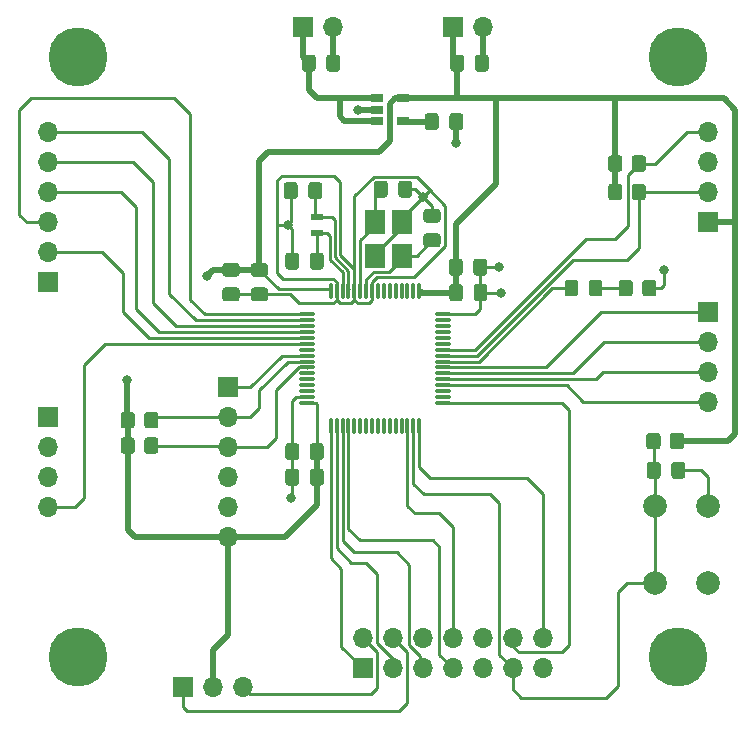
<source format=gtl>
G04 #@! TF.GenerationSoftware,KiCad,Pcbnew,(5.1.8)-1*
G04 #@! TF.CreationDate,2021-07-24T22:41:55-07:00*
G04 #@! TF.ProjectId,MSP430 Breakout,4d535034-3330-4204-9272-65616b6f7574,rev?*
G04 #@! TF.SameCoordinates,Original*
G04 #@! TF.FileFunction,Copper,L1,Top*
G04 #@! TF.FilePolarity,Positive*
%FSLAX46Y46*%
G04 Gerber Fmt 4.6, Leading zero omitted, Abs format (unit mm)*
G04 Created by KiCad (PCBNEW (5.1.8)-1) date 2021-07-24 22:41:55*
%MOMM*%
%LPD*%
G01*
G04 APERTURE LIST*
G04 #@! TA.AperFunction,SMDPad,CuDef*
%ADD10O,0.299999X1.450000*%
G04 #@! TD*
G04 #@! TA.AperFunction,SMDPad,CuDef*
%ADD11O,1.450000X0.299999*%
G04 #@! TD*
G04 #@! TA.AperFunction,ComponentPad*
%ADD12O,1.700000X1.700000*%
G04 #@! TD*
G04 #@! TA.AperFunction,ComponentPad*
%ADD13R,1.700000X1.700000*%
G04 #@! TD*
G04 #@! TA.AperFunction,ComponentPad*
%ADD14C,2.000000*%
G04 #@! TD*
G04 #@! TA.AperFunction,SMDPad,CuDef*
%ADD15R,1.060000X0.650000*%
G04 #@! TD*
G04 #@! TA.AperFunction,SMDPad,CuDef*
%ADD16R,1.800000X2.100000*%
G04 #@! TD*
G04 #@! TA.AperFunction,ComponentPad*
%ADD17C,0.800000*%
G04 #@! TD*
G04 #@! TA.AperFunction,ComponentPad*
%ADD18C,5.000000*%
G04 #@! TD*
G04 #@! TA.AperFunction,SMDPad,CuDef*
%ADD19R,1.100000X0.600000*%
G04 #@! TD*
G04 #@! TA.AperFunction,ViaPad*
%ADD20C,0.800000*%
G04 #@! TD*
G04 #@! TA.AperFunction,Conductor*
%ADD21C,0.250000*%
G04 #@! TD*
G04 #@! TA.AperFunction,Conductor*
%ADD22C,0.500000*%
G04 #@! TD*
G04 APERTURE END LIST*
G04 #@! TA.AperFunction,SMDPad,CuDef*
G36*
G01*
X155034000Y-76004000D02*
X154084000Y-76004000D01*
G75*
G02*
X153834000Y-75754000I0J250000D01*
G01*
X153834000Y-75079000D01*
G75*
G02*
X154084000Y-74829000I250000J0D01*
G01*
X155034000Y-74829000D01*
G75*
G02*
X155284000Y-75079000I0J-250000D01*
G01*
X155284000Y-75754000D01*
G75*
G02*
X155034000Y-76004000I-250000J0D01*
G01*
G37*
G04 #@! TD.AperFunction*
G04 #@! TA.AperFunction,SMDPad,CuDef*
G36*
G01*
X155034000Y-78079000D02*
X154084000Y-78079000D01*
G75*
G02*
X153834000Y-77829000I0J250000D01*
G01*
X153834000Y-77154000D01*
G75*
G02*
X154084000Y-76904000I250000J0D01*
G01*
X155034000Y-76904000D01*
G75*
G02*
X155284000Y-77154000I0J-250000D01*
G01*
X155284000Y-77829000D01*
G75*
G02*
X155034000Y-78079000I-250000J0D01*
G01*
G37*
G04 #@! TD.AperFunction*
D10*
X145983000Y-81778000D03*
X146482999Y-81778000D03*
X146983000Y-81778000D03*
X147482999Y-81778000D03*
X147983001Y-81778000D03*
X148483000Y-81778000D03*
X148982999Y-81778000D03*
X149483000Y-81778000D03*
X149983000Y-81778000D03*
X150483001Y-81778000D03*
X150983000Y-81778000D03*
X151482999Y-81778000D03*
X151983001Y-81778000D03*
X152483000Y-81778000D03*
X152983001Y-81778000D03*
X153483000Y-81778000D03*
D11*
X155458000Y-83753000D03*
X155458000Y-84252999D03*
X155458000Y-84753000D03*
X155458000Y-85252999D03*
X155458000Y-85753001D03*
X155458000Y-86253000D03*
X155458000Y-86752999D03*
X155458000Y-87253000D03*
X155458000Y-87753000D03*
X155458000Y-88253001D03*
X155458000Y-88753000D03*
X155458000Y-89252999D03*
X155458000Y-89753001D03*
X155458000Y-90253000D03*
X155458000Y-90753001D03*
X155458000Y-91253000D03*
D10*
X153483000Y-93228000D03*
X152983001Y-93228000D03*
X152483000Y-93228000D03*
X151983001Y-93228000D03*
X151482999Y-93228000D03*
X150983000Y-93228000D03*
X150483001Y-93228000D03*
X149983000Y-93228000D03*
X149483000Y-93228000D03*
X148982999Y-93228000D03*
X148483000Y-93228000D03*
X147983001Y-93228000D03*
X147482999Y-93228000D03*
X146983000Y-93228000D03*
X146482999Y-93228000D03*
X145983000Y-93228000D03*
D11*
X144008000Y-91253000D03*
X144008000Y-90753001D03*
X144008000Y-90253000D03*
X144008000Y-89753001D03*
X144008000Y-89252999D03*
X144008000Y-88753000D03*
X144008000Y-88253001D03*
X144008000Y-87753000D03*
X144008000Y-87253000D03*
X144008000Y-86752999D03*
X144008000Y-86253000D03*
X144008000Y-85753001D03*
X144008000Y-85252999D03*
X144008000Y-84753000D03*
X144008000Y-84252999D03*
X144008000Y-83753000D03*
G04 #@! TA.AperFunction,SMDPad,CuDef*
G36*
G01*
X142012000Y-73754000D02*
X142012000Y-72804000D01*
G75*
G02*
X142262000Y-72554000I250000J0D01*
G01*
X142937000Y-72554000D01*
G75*
G02*
X143187000Y-72804000I0J-250000D01*
G01*
X143187000Y-73754000D01*
G75*
G02*
X142937000Y-74004000I-250000J0D01*
G01*
X142262000Y-74004000D01*
G75*
G02*
X142012000Y-73754000I0J250000D01*
G01*
G37*
G04 #@! TD.AperFunction*
G04 #@! TA.AperFunction,SMDPad,CuDef*
G36*
G01*
X144087000Y-73754000D02*
X144087000Y-72804000D01*
G75*
G02*
X144337000Y-72554000I250000J0D01*
G01*
X145012000Y-72554000D01*
G75*
G02*
X145262000Y-72804000I0J-250000D01*
G01*
X145262000Y-73754000D01*
G75*
G02*
X145012000Y-74004000I-250000J0D01*
G01*
X144337000Y-74004000D01*
G75*
G02*
X144087000Y-73754000I0J250000D01*
G01*
G37*
G04 #@! TD.AperFunction*
G04 #@! TA.AperFunction,SMDPad,CuDef*
G36*
G01*
X144214000Y-79723000D02*
X144214000Y-78773000D01*
G75*
G02*
X144464000Y-78523000I250000J0D01*
G01*
X145139000Y-78523000D01*
G75*
G02*
X145389000Y-78773000I0J-250000D01*
G01*
X145389000Y-79723000D01*
G75*
G02*
X145139000Y-79973000I-250000J0D01*
G01*
X144464000Y-79973000D01*
G75*
G02*
X144214000Y-79723000I0J250000D01*
G01*
G37*
G04 #@! TD.AperFunction*
G04 #@! TA.AperFunction,SMDPad,CuDef*
G36*
G01*
X142139000Y-79723000D02*
X142139000Y-78773000D01*
G75*
G02*
X142389000Y-78523000I250000J0D01*
G01*
X143064000Y-78523000D01*
G75*
G02*
X143314000Y-78773000I0J-250000D01*
G01*
X143314000Y-79723000D01*
G75*
G02*
X143064000Y-79973000I-250000J0D01*
G01*
X142389000Y-79973000D01*
G75*
G02*
X142139000Y-79723000I0J250000D01*
G01*
G37*
G04 #@! TD.AperFunction*
G04 #@! TA.AperFunction,SMDPad,CuDef*
G36*
G01*
X138016000Y-80576000D02*
X137066000Y-80576000D01*
G75*
G02*
X136816000Y-80326000I0J250000D01*
G01*
X136816000Y-79651000D01*
G75*
G02*
X137066000Y-79401000I250000J0D01*
G01*
X138016000Y-79401000D01*
G75*
G02*
X138266000Y-79651000I0J-250000D01*
G01*
X138266000Y-80326000D01*
G75*
G02*
X138016000Y-80576000I-250000J0D01*
G01*
G37*
G04 #@! TD.AperFunction*
G04 #@! TA.AperFunction,SMDPad,CuDef*
G36*
G01*
X138016000Y-82651000D02*
X137066000Y-82651000D01*
G75*
G02*
X136816000Y-82401000I0J250000D01*
G01*
X136816000Y-81726000D01*
G75*
G02*
X137066000Y-81476000I250000J0D01*
G01*
X138016000Y-81476000D01*
G75*
G02*
X138266000Y-81726000I0J-250000D01*
G01*
X138266000Y-82401000D01*
G75*
G02*
X138016000Y-82651000I-250000J0D01*
G01*
G37*
G04 #@! TD.AperFunction*
G04 #@! TA.AperFunction,SMDPad,CuDef*
G36*
G01*
X157157000Y-79281000D02*
X157157000Y-80231000D01*
G75*
G02*
X156907000Y-80481000I-250000J0D01*
G01*
X156232000Y-80481000D01*
G75*
G02*
X155982000Y-80231000I0J250000D01*
G01*
X155982000Y-79281000D01*
G75*
G02*
X156232000Y-79031000I250000J0D01*
G01*
X156907000Y-79031000D01*
G75*
G02*
X157157000Y-79281000I0J-250000D01*
G01*
G37*
G04 #@! TD.AperFunction*
G04 #@! TA.AperFunction,SMDPad,CuDef*
G36*
G01*
X159232000Y-79281000D02*
X159232000Y-80231000D01*
G75*
G02*
X158982000Y-80481000I-250000J0D01*
G01*
X158307000Y-80481000D01*
G75*
G02*
X158057000Y-80231000I0J250000D01*
G01*
X158057000Y-79281000D01*
G75*
G02*
X158307000Y-79031000I250000J0D01*
G01*
X158982000Y-79031000D01*
G75*
G02*
X159232000Y-79281000I0J-250000D01*
G01*
G37*
G04 #@! TD.AperFunction*
G04 #@! TA.AperFunction,SMDPad,CuDef*
G36*
G01*
X144214000Y-98011000D02*
X144214000Y-97061000D01*
G75*
G02*
X144464000Y-96811000I250000J0D01*
G01*
X145139000Y-96811000D01*
G75*
G02*
X145389000Y-97061000I0J-250000D01*
G01*
X145389000Y-98011000D01*
G75*
G02*
X145139000Y-98261000I-250000J0D01*
G01*
X144464000Y-98261000D01*
G75*
G02*
X144214000Y-98011000I0J250000D01*
G01*
G37*
G04 #@! TD.AperFunction*
G04 #@! TA.AperFunction,SMDPad,CuDef*
G36*
G01*
X142139000Y-98011000D02*
X142139000Y-97061000D01*
G75*
G02*
X142389000Y-96811000I250000J0D01*
G01*
X143064000Y-96811000D01*
G75*
G02*
X143314000Y-97061000I0J-250000D01*
G01*
X143314000Y-98011000D01*
G75*
G02*
X143064000Y-98261000I-250000J0D01*
G01*
X142389000Y-98261000D01*
G75*
G02*
X142139000Y-98011000I0J250000D01*
G01*
G37*
G04 #@! TD.AperFunction*
G04 #@! TA.AperFunction,SMDPad,CuDef*
G36*
G01*
X149632000Y-73627000D02*
X149632000Y-72677000D01*
G75*
G02*
X149882000Y-72427000I250000J0D01*
G01*
X150557000Y-72427000D01*
G75*
G02*
X150807000Y-72677000I0J-250000D01*
G01*
X150807000Y-73627000D01*
G75*
G02*
X150557000Y-73877000I-250000J0D01*
G01*
X149882000Y-73877000D01*
G75*
G02*
X149632000Y-73627000I0J250000D01*
G01*
G37*
G04 #@! TD.AperFunction*
G04 #@! TA.AperFunction,SMDPad,CuDef*
G36*
G01*
X151707000Y-73627000D02*
X151707000Y-72677000D01*
G75*
G02*
X151957000Y-72427000I250000J0D01*
G01*
X152632000Y-72427000D01*
G75*
G02*
X152882000Y-72677000I0J-250000D01*
G01*
X152882000Y-73627000D01*
G75*
G02*
X152632000Y-73877000I-250000J0D01*
G01*
X151957000Y-73877000D01*
G75*
G02*
X151707000Y-73627000I0J250000D01*
G01*
G37*
G04 #@! TD.AperFunction*
G04 #@! TA.AperFunction,SMDPad,CuDef*
G36*
G01*
X140429000Y-82651000D02*
X139479000Y-82651000D01*
G75*
G02*
X139229000Y-82401000I0J250000D01*
G01*
X139229000Y-81726000D01*
G75*
G02*
X139479000Y-81476000I250000J0D01*
G01*
X140429000Y-81476000D01*
G75*
G02*
X140679000Y-81726000I0J-250000D01*
G01*
X140679000Y-82401000D01*
G75*
G02*
X140429000Y-82651000I-250000J0D01*
G01*
G37*
G04 #@! TD.AperFunction*
G04 #@! TA.AperFunction,SMDPad,CuDef*
G36*
G01*
X140429000Y-80576000D02*
X139479000Y-80576000D01*
G75*
G02*
X139229000Y-80326000I0J250000D01*
G01*
X139229000Y-79651000D01*
G75*
G02*
X139479000Y-79401000I250000J0D01*
G01*
X140429000Y-79401000D01*
G75*
G02*
X140679000Y-79651000I0J-250000D01*
G01*
X140679000Y-80326000D01*
G75*
G02*
X140429000Y-80576000I-250000J0D01*
G01*
G37*
G04 #@! TD.AperFunction*
G04 #@! TA.AperFunction,SMDPad,CuDef*
G36*
G01*
X159253500Y-81440000D02*
X159253500Y-82390000D01*
G75*
G02*
X159003500Y-82640000I-250000J0D01*
G01*
X158328500Y-82640000D01*
G75*
G02*
X158078500Y-82390000I0J250000D01*
G01*
X158078500Y-81440000D01*
G75*
G02*
X158328500Y-81190000I250000J0D01*
G01*
X159003500Y-81190000D01*
G75*
G02*
X159253500Y-81440000I0J-250000D01*
G01*
G37*
G04 #@! TD.AperFunction*
G04 #@! TA.AperFunction,SMDPad,CuDef*
G36*
G01*
X157178500Y-81440000D02*
X157178500Y-82390000D01*
G75*
G02*
X156928500Y-82640000I-250000J0D01*
G01*
X156253500Y-82640000D01*
G75*
G02*
X156003500Y-82390000I0J250000D01*
G01*
X156003500Y-81440000D01*
G75*
G02*
X156253500Y-81190000I250000J0D01*
G01*
X156928500Y-81190000D01*
G75*
G02*
X157178500Y-81440000I0J-250000D01*
G01*
G37*
G04 #@! TD.AperFunction*
G04 #@! TA.AperFunction,SMDPad,CuDef*
G36*
G01*
X142139000Y-95852000D02*
X142139000Y-94902000D01*
G75*
G02*
X142389000Y-94652000I250000J0D01*
G01*
X143064000Y-94652000D01*
G75*
G02*
X143314000Y-94902000I0J-250000D01*
G01*
X143314000Y-95852000D01*
G75*
G02*
X143064000Y-96102000I-250000J0D01*
G01*
X142389000Y-96102000D01*
G75*
G02*
X142139000Y-95852000I0J250000D01*
G01*
G37*
G04 #@! TD.AperFunction*
G04 #@! TA.AperFunction,SMDPad,CuDef*
G36*
G01*
X144214000Y-95852000D02*
X144214000Y-94902000D01*
G75*
G02*
X144464000Y-94652000I250000J0D01*
G01*
X145139000Y-94652000D01*
G75*
G02*
X145389000Y-94902000I0J-250000D01*
G01*
X145389000Y-95852000D01*
G75*
G02*
X145139000Y-96102000I-250000J0D01*
G01*
X144464000Y-96102000D01*
G75*
G02*
X144214000Y-95852000I0J250000D01*
G01*
G37*
G04 #@! TD.AperFunction*
G04 #@! TA.AperFunction,SMDPad,CuDef*
G36*
G01*
X145611000Y-62959000D02*
X145611000Y-62009000D01*
G75*
G02*
X145861000Y-61759000I250000J0D01*
G01*
X146536000Y-61759000D01*
G75*
G02*
X146786000Y-62009000I0J-250000D01*
G01*
X146786000Y-62959000D01*
G75*
G02*
X146536000Y-63209000I-250000J0D01*
G01*
X145861000Y-63209000D01*
G75*
G02*
X145611000Y-62959000I0J250000D01*
G01*
G37*
G04 #@! TD.AperFunction*
G04 #@! TA.AperFunction,SMDPad,CuDef*
G36*
G01*
X143536000Y-62959000D02*
X143536000Y-62009000D01*
G75*
G02*
X143786000Y-61759000I250000J0D01*
G01*
X144461000Y-61759000D01*
G75*
G02*
X144711000Y-62009000I0J-250000D01*
G01*
X144711000Y-62959000D01*
G75*
G02*
X144461000Y-63209000I-250000J0D01*
G01*
X143786000Y-63209000D01*
G75*
G02*
X143536000Y-62959000I0J250000D01*
G01*
G37*
G04 #@! TD.AperFunction*
G04 #@! TA.AperFunction,SMDPad,CuDef*
G36*
G01*
X172746000Y-97439500D02*
X172746000Y-96489500D01*
G75*
G02*
X172996000Y-96239500I250000J0D01*
G01*
X173671000Y-96239500D01*
G75*
G02*
X173921000Y-96489500I0J-250000D01*
G01*
X173921000Y-97439500D01*
G75*
G02*
X173671000Y-97689500I-250000J0D01*
G01*
X172996000Y-97689500D01*
G75*
G02*
X172746000Y-97439500I0J250000D01*
G01*
G37*
G04 #@! TD.AperFunction*
G04 #@! TA.AperFunction,SMDPad,CuDef*
G36*
G01*
X174821000Y-97439500D02*
X174821000Y-96489500D01*
G75*
G02*
X175071000Y-96239500I250000J0D01*
G01*
X175746000Y-96239500D01*
G75*
G02*
X175996000Y-96489500I0J-250000D01*
G01*
X175996000Y-97439500D01*
G75*
G02*
X175746000Y-97689500I-250000J0D01*
G01*
X175071000Y-97689500D01*
G75*
G02*
X174821000Y-97439500I0J250000D01*
G01*
G37*
G04 #@! TD.AperFunction*
G04 #@! TA.AperFunction,SMDPad,CuDef*
G36*
G01*
X156109000Y-62959000D02*
X156109000Y-62009000D01*
G75*
G02*
X156359000Y-61759000I250000J0D01*
G01*
X157034000Y-61759000D01*
G75*
G02*
X157284000Y-62009000I0J-250000D01*
G01*
X157284000Y-62959000D01*
G75*
G02*
X157034000Y-63209000I-250000J0D01*
G01*
X156359000Y-63209000D01*
G75*
G02*
X156109000Y-62959000I0J250000D01*
G01*
G37*
G04 #@! TD.AperFunction*
G04 #@! TA.AperFunction,SMDPad,CuDef*
G36*
G01*
X158184000Y-62959000D02*
X158184000Y-62009000D01*
G75*
G02*
X158434000Y-61759000I250000J0D01*
G01*
X159109000Y-61759000D01*
G75*
G02*
X159359000Y-62009000I0J-250000D01*
G01*
X159359000Y-62959000D01*
G75*
G02*
X159109000Y-63209000I-250000J0D01*
G01*
X158434000Y-63209000D01*
G75*
G02*
X158184000Y-62959000I0J250000D01*
G01*
G37*
G04 #@! TD.AperFunction*
G04 #@! TA.AperFunction,SMDPad,CuDef*
G36*
G01*
X156025000Y-67912000D02*
X156025000Y-66962000D01*
G75*
G02*
X156275000Y-66712000I250000J0D01*
G01*
X156950000Y-66712000D01*
G75*
G02*
X157200000Y-66962000I0J-250000D01*
G01*
X157200000Y-67912000D01*
G75*
G02*
X156950000Y-68162000I-250000J0D01*
G01*
X156275000Y-68162000D01*
G75*
G02*
X156025000Y-67912000I0J250000D01*
G01*
G37*
G04 #@! TD.AperFunction*
G04 #@! TA.AperFunction,SMDPad,CuDef*
G36*
G01*
X153950000Y-67912000D02*
X153950000Y-66962000D01*
G75*
G02*
X154200000Y-66712000I250000J0D01*
G01*
X154875000Y-66712000D01*
G75*
G02*
X155125000Y-66962000I0J-250000D01*
G01*
X155125000Y-67912000D01*
G75*
G02*
X154875000Y-68162000I-250000J0D01*
G01*
X154200000Y-68162000D01*
G75*
G02*
X153950000Y-67912000I0J250000D01*
G01*
G37*
G04 #@! TD.AperFunction*
D12*
X122047000Y-68326000D03*
X122047000Y-70866000D03*
X122047000Y-73406000D03*
X122047000Y-75946000D03*
X122047000Y-78486000D03*
D13*
X122047000Y-81026000D03*
X137287000Y-89916000D03*
D12*
X137287000Y-92456000D03*
X137287000Y-94996000D03*
X137287000Y-97536000D03*
X137287000Y-100076000D03*
X137287000Y-102616000D03*
D13*
X122047000Y-92456000D03*
D12*
X122047000Y-94996000D03*
X122047000Y-97536000D03*
X122047000Y-100076000D03*
D13*
X133477000Y-115316000D03*
D12*
X136017000Y-115316000D03*
X138557000Y-115316000D03*
D13*
X148717000Y-113728500D03*
D12*
X148717000Y-111188500D03*
X151257000Y-113728500D03*
X151257000Y-111188500D03*
X153797000Y-113728500D03*
X153797000Y-111188500D03*
X156337000Y-113728500D03*
X156337000Y-111188500D03*
X158877000Y-113728500D03*
X158877000Y-111188500D03*
X161417000Y-113728500D03*
X161417000Y-111188500D03*
X163957000Y-113728500D03*
X163957000Y-111188500D03*
D13*
X143637000Y-59436000D03*
D12*
X146177000Y-59436000D03*
G04 #@! TA.AperFunction,SMDPad,CuDef*
G36*
G01*
X169469000Y-73856001D02*
X169469000Y-72955999D01*
G75*
G02*
X169718999Y-72706000I249999J0D01*
G01*
X170419001Y-72706000D01*
G75*
G02*
X170669000Y-72955999I0J-249999D01*
G01*
X170669000Y-73856001D01*
G75*
G02*
X170419001Y-74106000I-249999J0D01*
G01*
X169718999Y-74106000D01*
G75*
G02*
X169469000Y-73856001I0J249999D01*
G01*
G37*
G04 #@! TD.AperFunction*
G04 #@! TA.AperFunction,SMDPad,CuDef*
G36*
G01*
X171469000Y-73856001D02*
X171469000Y-72955999D01*
G75*
G02*
X171718999Y-72706000I249999J0D01*
G01*
X172419001Y-72706000D01*
G75*
G02*
X172669000Y-72955999I0J-249999D01*
G01*
X172669000Y-73856001D01*
G75*
G02*
X172419001Y-74106000I-249999J0D01*
G01*
X171718999Y-74106000D01*
G75*
G02*
X171469000Y-73856001I0J249999D01*
G01*
G37*
G04 #@! TD.AperFunction*
G04 #@! TA.AperFunction,SMDPad,CuDef*
G36*
G01*
X171469000Y-71443001D02*
X171469000Y-70542999D01*
G75*
G02*
X171718999Y-70293000I249999J0D01*
G01*
X172419001Y-70293000D01*
G75*
G02*
X172669000Y-70542999I0J-249999D01*
G01*
X172669000Y-71443001D01*
G75*
G02*
X172419001Y-71693000I-249999J0D01*
G01*
X171718999Y-71693000D01*
G75*
G02*
X171469000Y-71443001I0J249999D01*
G01*
G37*
G04 #@! TD.AperFunction*
G04 #@! TA.AperFunction,SMDPad,CuDef*
G36*
G01*
X169469000Y-71443001D02*
X169469000Y-70542999D01*
G75*
G02*
X169718999Y-70293000I249999J0D01*
G01*
X170419001Y-70293000D01*
G75*
G02*
X170669000Y-70542999I0J-249999D01*
G01*
X170669000Y-71443001D01*
G75*
G02*
X170419001Y-71693000I-249999J0D01*
G01*
X169718999Y-71693000D01*
G75*
G02*
X169469000Y-71443001I0J249999D01*
G01*
G37*
G04 #@! TD.AperFunction*
G04 #@! TA.AperFunction,SMDPad,CuDef*
G36*
G01*
X130194000Y-93160001D02*
X130194000Y-92259999D01*
G75*
G02*
X130443999Y-92010000I249999J0D01*
G01*
X131144001Y-92010000D01*
G75*
G02*
X131394000Y-92259999I0J-249999D01*
G01*
X131394000Y-93160001D01*
G75*
G02*
X131144001Y-93410000I-249999J0D01*
G01*
X130443999Y-93410000D01*
G75*
G02*
X130194000Y-93160001I0J249999D01*
G01*
G37*
G04 #@! TD.AperFunction*
G04 #@! TA.AperFunction,SMDPad,CuDef*
G36*
G01*
X128194000Y-93160001D02*
X128194000Y-92259999D01*
G75*
G02*
X128443999Y-92010000I249999J0D01*
G01*
X129144001Y-92010000D01*
G75*
G02*
X129394000Y-92259999I0J-249999D01*
G01*
X129394000Y-93160001D01*
G75*
G02*
X129144001Y-93410000I-249999J0D01*
G01*
X128443999Y-93410000D01*
G75*
G02*
X128194000Y-93160001I0J249999D01*
G01*
G37*
G04 #@! TD.AperFunction*
G04 #@! TA.AperFunction,SMDPad,CuDef*
G36*
G01*
X128194000Y-95319001D02*
X128194000Y-94418999D01*
G75*
G02*
X128443999Y-94169000I249999J0D01*
G01*
X129144001Y-94169000D01*
G75*
G02*
X129394000Y-94418999I0J-249999D01*
G01*
X129394000Y-95319001D01*
G75*
G02*
X129144001Y-95569000I-249999J0D01*
G01*
X128443999Y-95569000D01*
G75*
G02*
X128194000Y-95319001I0J249999D01*
G01*
G37*
G04 #@! TD.AperFunction*
G04 #@! TA.AperFunction,SMDPad,CuDef*
G36*
G01*
X130194000Y-95319001D02*
X130194000Y-94418999D01*
G75*
G02*
X130443999Y-94169000I249999J0D01*
G01*
X131144001Y-94169000D01*
G75*
G02*
X131394000Y-94418999I0J-249999D01*
G01*
X131394000Y-95319001D01*
G75*
G02*
X131144001Y-95569000I-249999J0D01*
G01*
X130443999Y-95569000D01*
G75*
G02*
X130194000Y-95319001I0J249999D01*
G01*
G37*
G04 #@! TD.AperFunction*
G04 #@! TA.AperFunction,SMDPad,CuDef*
G36*
G01*
X175907500Y-94037999D02*
X175907500Y-94938001D01*
G75*
G02*
X175657501Y-95188000I-249999J0D01*
G01*
X174957499Y-95188000D01*
G75*
G02*
X174707500Y-94938001I0J249999D01*
G01*
X174707500Y-94037999D01*
G75*
G02*
X174957499Y-93788000I249999J0D01*
G01*
X175657501Y-93788000D01*
G75*
G02*
X175907500Y-94037999I0J-249999D01*
G01*
G37*
G04 #@! TD.AperFunction*
G04 #@! TA.AperFunction,SMDPad,CuDef*
G36*
G01*
X173907500Y-94037999D02*
X173907500Y-94938001D01*
G75*
G02*
X173657501Y-95188000I-249999J0D01*
G01*
X172957499Y-95188000D01*
G75*
G02*
X172707500Y-94938001I0J249999D01*
G01*
X172707500Y-94037999D01*
G75*
G02*
X172957499Y-93788000I249999J0D01*
G01*
X173657501Y-93788000D01*
G75*
G02*
X173907500Y-94037999I0J-249999D01*
G01*
G37*
G04 #@! TD.AperFunction*
G04 #@! TA.AperFunction,SMDPad,CuDef*
G36*
G01*
X172358000Y-81984001D02*
X172358000Y-81083999D01*
G75*
G02*
X172607999Y-80834000I249999J0D01*
G01*
X173308001Y-80834000D01*
G75*
G02*
X173558000Y-81083999I0J-249999D01*
G01*
X173558000Y-81984001D01*
G75*
G02*
X173308001Y-82234000I-249999J0D01*
G01*
X172607999Y-82234000D01*
G75*
G02*
X172358000Y-81984001I0J249999D01*
G01*
G37*
G04 #@! TD.AperFunction*
G04 #@! TA.AperFunction,SMDPad,CuDef*
G36*
G01*
X170358000Y-81984001D02*
X170358000Y-81083999D01*
G75*
G02*
X170607999Y-80834000I249999J0D01*
G01*
X171308001Y-80834000D01*
G75*
G02*
X171558000Y-81083999I0J-249999D01*
G01*
X171558000Y-81984001D01*
G75*
G02*
X171308001Y-82234000I-249999J0D01*
G01*
X170607999Y-82234000D01*
G75*
G02*
X170358000Y-81984001I0J249999D01*
G01*
G37*
G04 #@! TD.AperFunction*
D14*
X177918500Y-106489500D03*
X173418500Y-106489500D03*
X177918500Y-99989500D03*
X173418500Y-99989500D03*
D15*
X149903000Y-65471000D03*
X149903000Y-66421000D03*
X149903000Y-67371000D03*
X152103000Y-67371000D03*
X152103000Y-65471000D03*
D16*
X152026000Y-78793000D03*
X152026000Y-75893000D03*
X149726000Y-75893000D03*
X149726000Y-78793000D03*
G04 #@! TA.AperFunction,SMDPad,CuDef*
G36*
G01*
X168986000Y-81083999D02*
X168986000Y-81984001D01*
G75*
G02*
X168736001Y-82234000I-249999J0D01*
G01*
X168085999Y-82234000D01*
G75*
G02*
X167836000Y-81984001I0J249999D01*
G01*
X167836000Y-81083999D01*
G75*
G02*
X168085999Y-80834000I249999J0D01*
G01*
X168736001Y-80834000D01*
G75*
G02*
X168986000Y-81083999I0J-249999D01*
G01*
G37*
G04 #@! TD.AperFunction*
G04 #@! TA.AperFunction,SMDPad,CuDef*
G36*
G01*
X166936000Y-81083999D02*
X166936000Y-81984001D01*
G75*
G02*
X166686001Y-82234000I-249999J0D01*
G01*
X166035999Y-82234000D01*
G75*
G02*
X165786000Y-81984001I0J249999D01*
G01*
X165786000Y-81083999D01*
G75*
G02*
X166035999Y-80834000I249999J0D01*
G01*
X166686001Y-80834000D01*
G75*
G02*
X166936000Y-81083999I0J-249999D01*
G01*
G37*
G04 #@! TD.AperFunction*
D13*
X156337000Y-59436000D03*
D12*
X158877000Y-59436000D03*
D17*
X125912825Y-60650175D03*
X124587000Y-60101000D03*
X123261175Y-60650175D03*
X122712000Y-61976000D03*
X123261175Y-63301825D03*
X124587000Y-63851000D03*
X125912825Y-63301825D03*
X126462000Y-61976000D03*
D18*
X124587000Y-61976000D03*
X124587000Y-112776000D03*
D17*
X126462000Y-112776000D03*
X125912825Y-114101825D03*
X124587000Y-114651000D03*
X123261175Y-114101825D03*
X122712000Y-112776000D03*
X123261175Y-111450175D03*
X124587000Y-110901000D03*
X125912825Y-111450175D03*
X176712825Y-60650175D03*
X175387000Y-60101000D03*
X174061175Y-60650175D03*
X173512000Y-61976000D03*
X174061175Y-63301825D03*
X175387000Y-63851000D03*
X176712825Y-63301825D03*
X177262000Y-61976000D03*
D18*
X175387000Y-61976000D03*
X175387000Y-112776000D03*
D17*
X177262000Y-112776000D03*
X176712825Y-114101825D03*
X175387000Y-114651000D03*
X174061175Y-114101825D03*
X173512000Y-112776000D03*
X174061175Y-111450175D03*
X175387000Y-110901000D03*
X176712825Y-111450175D03*
D12*
X177927000Y-68326000D03*
X177927000Y-70866000D03*
X177927000Y-73406000D03*
D13*
X177927000Y-75946000D03*
X177927000Y-83566000D03*
D12*
X177927000Y-86106000D03*
X177927000Y-88646000D03*
X177927000Y-91186000D03*
D19*
X144843500Y-76900000D03*
X144843500Y-75500000D03*
D20*
X142367000Y-76200000D03*
X153797000Y-73787000D03*
X160274000Y-79756000D03*
X160401000Y-81915000D03*
X174180500Y-80010000D03*
X156591000Y-69215000D03*
X148336000Y-66421000D03*
X142621000Y-99314000D03*
X128778000Y-89281000D03*
X135509000Y-80518000D03*
D21*
X147983001Y-81689001D02*
X147958008Y-81664008D01*
X147983001Y-81778000D02*
X147983001Y-81689001D01*
X152026000Y-76343000D02*
X152026000Y-75893000D01*
X149726000Y-78643000D02*
X152026000Y-76343000D01*
X149726000Y-78793000D02*
X149726000Y-78643000D01*
X153058179Y-80618011D02*
X155702000Y-77974190D01*
X149896225Y-80618011D02*
X153058179Y-80618011D01*
X149483000Y-81031236D02*
X149896225Y-80618011D01*
X149483000Y-81778000D02*
X149483000Y-81031236D01*
X155702000Y-77974190D02*
X155702000Y-74549000D01*
X149643820Y-72101990D02*
X147983001Y-73762809D01*
X153254990Y-72101990D02*
X149643820Y-72101990D01*
X147983001Y-80165001D02*
X147983001Y-79911001D01*
X147983001Y-73762809D02*
X147983001Y-80165001D01*
X147983001Y-80165001D02*
X147983001Y-81778000D01*
X147983001Y-79911001D02*
X146812000Y-78740000D01*
X146812000Y-78740000D02*
X146812000Y-72517000D01*
X146812000Y-72517000D02*
X146304000Y-72009000D01*
X146304000Y-72009000D02*
X141859000Y-72009000D01*
X141859000Y-72009000D02*
X141478000Y-72390000D01*
X146482999Y-81031235D02*
X146482999Y-81778000D01*
X146179755Y-80727991D02*
X146482999Y-81031235D01*
X141941991Y-80727991D02*
X146179755Y-80727991D01*
X141478000Y-80264000D02*
X141941991Y-80727991D01*
X152026000Y-75558000D02*
X153797000Y-73787000D01*
X152026000Y-75893000D02*
X152026000Y-75558000D01*
X153162000Y-73152000D02*
X153797000Y-73787000D01*
X152294500Y-73152000D02*
X153162000Y-73152000D01*
X154559000Y-74549000D02*
X153797000Y-73787000D01*
X154559000Y-75416500D02*
X154559000Y-74549000D01*
X154368500Y-73215500D02*
X153254990Y-72101990D01*
X153797000Y-73787000D02*
X154368500Y-73215500D01*
X155702000Y-74549000D02*
X154368500Y-73215500D01*
X142599500Y-75967500D02*
X142367000Y-76200000D01*
X142599500Y-73279000D02*
X142599500Y-75967500D01*
X142726500Y-76559500D02*
X142367000Y-76200000D01*
X142726500Y-79248000D02*
X142726500Y-76559500D01*
X142367000Y-76200000D02*
X141478000Y-76200000D01*
X141478000Y-76200000D02*
X141478000Y-80264000D01*
X141478000Y-72390000D02*
X141478000Y-76200000D01*
X147983001Y-82524762D02*
X147983001Y-81778000D01*
X147679754Y-82828009D02*
X147983001Y-82524762D01*
X146786245Y-82828009D02*
X147679754Y-82828009D01*
X146482999Y-82524763D02*
X146786245Y-82828009D01*
X146482999Y-81778000D02*
X146482999Y-82524763D01*
X148286248Y-82828009D02*
X149200991Y-82828009D01*
X147983001Y-82524762D02*
X148286248Y-82828009D01*
X149483000Y-82546000D02*
X149483000Y-81778000D01*
X149200991Y-82828009D02*
X149483000Y-82546000D01*
X158644500Y-81893500D02*
X158666000Y-81915000D01*
X158644500Y-79756000D02*
X158644500Y-81893500D01*
X158666000Y-81915000D02*
X160401000Y-81915000D01*
X158644500Y-79756000D02*
X160274000Y-79756000D01*
X158666000Y-83269000D02*
X158666000Y-81915000D01*
X158182000Y-83753000D02*
X158666000Y-83269000D01*
X155458000Y-83753000D02*
X158182000Y-83753000D01*
X142621000Y-97641500D02*
X142726500Y-97536000D01*
X142726500Y-95377000D02*
X142726500Y-97536000D01*
X140205491Y-81812009D02*
X139954000Y-82063500D01*
X139954000Y-82063500D02*
X137541000Y-82063500D01*
X146179753Y-82828009D02*
X146482999Y-82524763D01*
X139954000Y-82063500D02*
X140210509Y-82320009D01*
D22*
X146198500Y-59457500D02*
X146177000Y-59436000D01*
X146198500Y-62484000D02*
X146198500Y-59457500D01*
X158877000Y-62378500D02*
X158771500Y-62484000D01*
X158877000Y-59436000D02*
X158877000Y-62378500D01*
X156591000Y-67458500D02*
X156612500Y-67437000D01*
X156591000Y-69215000D02*
X156591000Y-67458500D01*
X149903000Y-66421000D02*
X148336000Y-66421000D01*
D21*
X143033001Y-90753001D02*
X144008000Y-90753001D01*
X142726500Y-91059502D02*
X143033001Y-90753001D01*
X142726500Y-95377000D02*
X142726500Y-91059502D01*
X142726500Y-99208500D02*
X142621000Y-99314000D01*
X142726500Y-97536000D02*
X142726500Y-99208500D01*
X146179753Y-82828009D02*
X143280009Y-82828009D01*
X142515500Y-82063500D02*
X139954000Y-82063500D01*
X143280009Y-82828009D02*
X142515500Y-82063500D01*
X172958000Y-81534000D02*
X173926500Y-81534000D01*
X174180500Y-81280000D02*
X174180500Y-80010000D01*
X173926500Y-81534000D02*
X174180500Y-81280000D01*
X175408500Y-96964500D02*
X177355500Y-96964500D01*
X177918500Y-97527500D02*
X177918500Y-99989500D01*
X177355500Y-96964500D02*
X177918500Y-97527500D01*
D22*
X143637000Y-61997500D02*
X144123500Y-62484000D01*
X143637000Y-59436000D02*
X143637000Y-61997500D01*
X144123500Y-64748500D02*
X144123500Y-62484000D01*
X144846000Y-65471000D02*
X144123500Y-64748500D01*
X149903000Y-67371000D02*
X147127000Y-67371000D01*
X146746000Y-66990000D02*
X146746000Y-65471000D01*
X147127000Y-67371000D02*
X146746000Y-66990000D01*
X146746000Y-65471000D02*
X144846000Y-65471000D01*
X149903000Y-65471000D02*
X146746000Y-65471000D01*
D21*
X173418500Y-106489500D02*
X173418500Y-99989500D01*
X173418500Y-97049500D02*
X173333500Y-96964500D01*
X173418500Y-99989500D02*
X173418500Y-97049500D01*
X173333500Y-94514000D02*
X173307500Y-94488000D01*
X173333500Y-96964500D02*
X173333500Y-94514000D01*
X152983001Y-93228000D02*
X152983001Y-98119001D01*
X152983001Y-98119001D02*
X153860500Y-98996500D01*
X153860500Y-98996500D02*
X159512000Y-98996500D01*
X160241999Y-112553499D02*
X161417000Y-113728500D01*
X160241999Y-99726499D02*
X160241999Y-112553499D01*
X159512000Y-98996500D02*
X160241999Y-99726499D01*
X171069000Y-106489500D02*
X173418500Y-106489500D01*
X170307000Y-107251500D02*
X171069000Y-106489500D01*
X169291000Y-116205000D02*
X170307000Y-115189000D01*
X170307000Y-115189000D02*
X170307000Y-107251500D01*
X161417000Y-115506500D02*
X162115500Y-116205000D01*
X162115500Y-116205000D02*
X169291000Y-116205000D01*
X161417000Y-113728500D02*
X161417000Y-115506500D01*
D22*
X152169000Y-67437000D02*
X152103000Y-67371000D01*
X154537500Y-67437000D02*
X152169000Y-67437000D01*
D21*
X170958000Y-81534000D02*
X168411000Y-81534000D01*
X166361000Y-81534000D02*
X164719000Y-81534000D01*
X158500000Y-87753000D02*
X155458000Y-87753000D01*
X164719000Y-81534000D02*
X158500000Y-87753000D01*
X144008000Y-84252999D02*
X134544999Y-84252999D01*
X134544999Y-84252999D02*
X132334000Y-82042000D01*
X132334000Y-82042000D02*
X132334000Y-70612000D01*
X130048000Y-68326000D02*
X122047000Y-68326000D01*
X132334000Y-70612000D02*
X130048000Y-68326000D01*
X144008000Y-84753000D02*
X132886000Y-84753000D01*
X132886000Y-84753000D02*
X130937000Y-82804000D01*
X130937000Y-82804000D02*
X130937000Y-72517000D01*
X129286000Y-70866000D02*
X122047000Y-70866000D01*
X130937000Y-72517000D02*
X129286000Y-70866000D01*
X143799999Y-85252999D02*
X143775009Y-85228009D01*
X144008000Y-85252999D02*
X143799999Y-85252999D01*
X144008000Y-85252999D02*
X131480999Y-85252999D01*
X131480999Y-85252999D02*
X129540000Y-83312000D01*
X129540000Y-83312000D02*
X129540000Y-74676000D01*
X128270000Y-73406000D02*
X122047000Y-73406000D01*
X129540000Y-74676000D02*
X128270000Y-73406000D01*
X144008000Y-83753000D02*
X135315000Y-83753000D01*
X135315000Y-83753000D02*
X134112000Y-82550000D01*
X134112000Y-82550000D02*
X134112000Y-66802000D01*
X134112000Y-66802000D02*
X132715000Y-65405000D01*
X132715000Y-65405000D02*
X120650000Y-65405000D01*
X120650000Y-65405000D02*
X119634000Y-66421000D01*
X119634000Y-66421000D02*
X119634000Y-75311000D01*
X120269000Y-75946000D02*
X122047000Y-75946000D01*
X119634000Y-75311000D02*
X120269000Y-75946000D01*
X144008000Y-85753001D02*
X130584001Y-85753001D01*
X130584001Y-85753001D02*
X128397000Y-83566000D01*
X128397000Y-83566000D02*
X128397000Y-80264000D01*
X126619000Y-78486000D02*
X122047000Y-78486000D01*
X128397000Y-80264000D02*
X126619000Y-78486000D01*
X144008000Y-87259000D02*
X143989009Y-87277991D01*
X144008000Y-87253000D02*
X144008000Y-87259000D01*
X143633000Y-87253000D02*
X143608009Y-87277991D01*
X144008000Y-87253000D02*
X143633000Y-87253000D01*
X143608009Y-87277991D02*
X141830009Y-87277991D01*
X139192000Y-89916000D02*
X137287000Y-89916000D01*
X141830009Y-87277991D02*
X139192000Y-89916000D01*
X130921000Y-92837000D02*
X130794000Y-92710000D01*
X143983008Y-87777992D02*
X144008000Y-87753000D01*
X137160000Y-92583000D02*
X137287000Y-92456000D01*
X143641000Y-87753000D02*
X143616008Y-87777992D01*
X143616008Y-87777992D02*
X142346008Y-87777992D01*
X144008000Y-87753000D02*
X143641000Y-87753000D01*
X142346008Y-87777992D02*
X139954000Y-90170000D01*
X139954000Y-90170000D02*
X139954000Y-91694000D01*
X139192000Y-92456000D02*
X137287000Y-92456000D01*
X139954000Y-91694000D02*
X139192000Y-92456000D01*
X131048000Y-92456000D02*
X130794000Y-92710000D01*
X137287000Y-92456000D02*
X131048000Y-92456000D01*
X131048000Y-95377000D02*
X130794000Y-95123000D01*
X144008000Y-88275000D02*
X144005009Y-88277991D01*
X144008000Y-88253001D02*
X144008000Y-88275000D01*
X130921000Y-94996000D02*
X130794000Y-94869000D01*
X137033000Y-94742000D02*
X137287000Y-94996000D01*
X143261235Y-88253001D02*
X141351000Y-90163236D01*
X144008000Y-88253001D02*
X143261235Y-88253001D01*
X141351000Y-90163236D02*
X141351000Y-94234000D01*
X140589000Y-94996000D02*
X137287000Y-94996000D01*
X141351000Y-94234000D02*
X140589000Y-94996000D01*
X137160000Y-94869000D02*
X137287000Y-94996000D01*
X130794000Y-94869000D02*
X137160000Y-94869000D01*
X143998000Y-86253000D02*
X143973010Y-86277990D01*
X144008000Y-86253000D02*
X143998000Y-86253000D01*
X143782510Y-86277990D02*
X126891510Y-86277990D01*
X143807500Y-86253000D02*
X143782510Y-86277990D01*
X144008000Y-86253000D02*
X143807500Y-86253000D01*
X126891510Y-86277990D02*
X125095000Y-88074500D01*
X125095000Y-88074500D02*
X125095000Y-99314000D01*
X124333000Y-100076000D02*
X122047000Y-100076000D01*
X125095000Y-99314000D02*
X124333000Y-100076000D01*
X152432001Y-112363501D02*
X152432001Y-116680999D01*
X151257000Y-111188500D02*
X152432001Y-112363501D01*
X152432001Y-116680999D02*
X151765000Y-117348000D01*
X151765000Y-117348000D02*
X133858000Y-117348000D01*
X133477000Y-116967000D02*
X133477000Y-115316000D01*
X133858000Y-117348000D02*
X133477000Y-116967000D01*
X149892001Y-112363501D02*
X149892001Y-115410999D01*
X148717000Y-111188500D02*
X149892001Y-112363501D01*
X149892001Y-115410999D02*
X149415500Y-115887500D01*
X139128500Y-115887500D02*
X138557000Y-115316000D01*
X149415500Y-115887500D02*
X139128500Y-115887500D01*
X148717000Y-113728500D02*
X146875500Y-111887000D01*
X146875500Y-111887000D02*
X146875500Y-105283000D01*
X145983000Y-104390500D02*
X145983000Y-93228000D01*
X146875500Y-105283000D02*
X145983000Y-104390500D01*
X149892001Y-105696001D02*
X148971000Y-104775000D01*
X148971000Y-104775000D02*
X147701000Y-104775000D01*
X146482999Y-103556999D02*
X146482999Y-93228000D01*
X147701000Y-104775000D02*
X146482999Y-103556999D01*
X151257000Y-112927502D02*
X151257000Y-113728500D01*
X149892001Y-111562503D02*
X151257000Y-112927502D01*
X149892001Y-105696001D02*
X149892001Y-111562503D01*
X152621999Y-104933499D02*
X151574500Y-103886000D01*
X151574500Y-103886000D02*
X147955000Y-103886000D01*
X146983000Y-102914000D02*
X146983000Y-93228000D01*
X147955000Y-103886000D02*
X146983000Y-102914000D01*
X152621999Y-111752501D02*
X153518498Y-112649000D01*
X152621999Y-104933499D02*
X152621999Y-111752501D01*
X153518498Y-113449998D02*
X153797000Y-113728500D01*
X153518498Y-112649000D02*
X153518498Y-113449998D01*
X155161999Y-112553499D02*
X155161999Y-103409499D01*
X156337000Y-113728500D02*
X155161999Y-112553499D01*
X155161999Y-103409499D02*
X154622500Y-102870000D01*
X154622500Y-102870000D02*
X148463000Y-102870000D01*
X147482999Y-101889999D02*
X147482999Y-93228000D01*
X148463000Y-102870000D02*
X147482999Y-101889999D01*
X156337000Y-111188500D02*
X156337000Y-101790500D01*
X156337000Y-101790500D02*
X155130500Y-100584000D01*
X155130500Y-100584000D02*
X153098500Y-100584000D01*
X152483000Y-99968500D02*
X152483000Y-93228000D01*
X153098500Y-100584000D02*
X152483000Y-99968500D01*
X161417000Y-111188500D02*
X161417000Y-111887000D01*
X161893501Y-112363501D02*
X165575999Y-112363501D01*
X161417000Y-111887000D02*
X161893501Y-112363501D01*
X165575999Y-112363501D02*
X166179500Y-111760000D01*
X166179500Y-111760000D02*
X166179500Y-91884500D01*
X165548000Y-91253000D02*
X155458000Y-91253000D01*
X166179500Y-91884500D02*
X165548000Y-91253000D01*
X163957000Y-111188500D02*
X163957000Y-98933000D01*
X163957000Y-98933000D02*
X162623500Y-97599500D01*
X162623500Y-97599500D02*
X154368500Y-97599500D01*
X153483000Y-96714000D02*
X153483000Y-93228000D01*
X154368500Y-97599500D02*
X153483000Y-96714000D01*
X155469999Y-86741000D02*
X155458000Y-86752999D01*
X177920000Y-68453000D02*
X177927000Y-68446000D01*
X158227181Y-86752999D02*
X167637180Y-77343000D01*
X155458000Y-86752999D02*
X158227181Y-86752999D01*
X167637180Y-77343000D02*
X170053000Y-77343000D01*
X171143990Y-71918010D02*
X172069000Y-70993000D01*
X171143990Y-76252010D02*
X171143990Y-71918010D01*
X170053000Y-77343000D02*
X171143990Y-76252010D01*
X172069000Y-70993000D02*
X173482000Y-70993000D01*
X176149000Y-68326000D02*
X177927000Y-68326000D01*
X173482000Y-70993000D02*
X176149000Y-68326000D01*
X172069000Y-73406000D02*
X177927000Y-73406000D01*
X158363590Y-87253000D02*
X166495590Y-79121000D01*
X155458000Y-87253000D02*
X158363590Y-87253000D01*
X166495590Y-79121000D02*
X171069000Y-79121000D01*
X172069000Y-78121000D02*
X172069000Y-73406000D01*
X171069000Y-79121000D02*
X172069000Y-78121000D01*
X147482999Y-81696999D02*
X147458009Y-81672009D01*
X147482999Y-81778000D02*
X147482999Y-81696999D01*
X147482999Y-81625001D02*
X147507992Y-81600008D01*
X147482999Y-81778000D02*
X147482999Y-81625001D01*
X144780000Y-73384500D02*
X144674500Y-73279000D01*
X147482999Y-80047409D02*
X146361990Y-78926400D01*
X147482999Y-81778000D02*
X147482999Y-80047409D01*
X146361990Y-78926400D02*
X146361990Y-75749990D01*
X146112000Y-75500000D02*
X144843500Y-75500000D01*
X146361990Y-75749990D02*
X146112000Y-75500000D01*
X144674500Y-75331000D02*
X144843500Y-75500000D01*
X144674500Y-73279000D02*
X144674500Y-75331000D01*
X144780000Y-79226500D02*
X144801500Y-79248000D01*
X146983000Y-80183820D02*
X145911980Y-79112800D01*
X146983000Y-81778000D02*
X146983000Y-80183820D01*
X144843500Y-79206000D02*
X144801500Y-79248000D01*
X144843500Y-76900000D02*
X144843500Y-79206000D01*
X145911980Y-79112800D02*
X145911980Y-77141480D01*
X145670500Y-76900000D02*
X144843500Y-76900000D01*
X145911980Y-77141480D02*
X145670500Y-76900000D01*
X145288000Y-98022500D02*
X144801500Y-97536000D01*
X156454000Y-81778000D02*
X156591000Y-81915000D01*
X156569500Y-81893500D02*
X156591000Y-81915000D01*
D22*
X153720010Y-81915000D02*
X153583010Y-81778000D01*
X156591000Y-81915000D02*
X153720010Y-81915000D01*
X156591000Y-79777500D02*
X156569500Y-79756000D01*
X156591000Y-81915000D02*
X156591000Y-79777500D01*
X170069000Y-70993000D02*
X170069000Y-73406000D01*
X139954000Y-79988500D02*
X137541000Y-79988500D01*
D21*
X177927000Y-75946000D02*
X177927000Y-76327000D01*
D22*
X156337000Y-62124500D02*
X156696500Y-62484000D01*
X156337000Y-59436000D02*
X156337000Y-62124500D01*
X156569500Y-79756000D02*
X156569500Y-76094500D01*
X159959000Y-72705000D02*
X159959000Y-65471000D01*
X156569500Y-76094500D02*
X159959000Y-72705000D01*
X170069000Y-65643000D02*
X170241000Y-65471000D01*
X170069000Y-70993000D02*
X170069000Y-65643000D01*
X159959000Y-65471000D02*
X170241000Y-65471000D01*
X156696500Y-65426500D02*
X156652000Y-65471000D01*
X156696500Y-62484000D02*
X156696500Y-65426500D01*
X156652000Y-65471000D02*
X159959000Y-65471000D01*
X152103000Y-65471000D02*
X156652000Y-65471000D01*
X152103000Y-65471000D02*
X151445000Y-65471000D01*
X151445000Y-65471000D02*
X151003000Y-65913000D01*
X151003000Y-65913000D02*
X151003000Y-69088000D01*
X151003000Y-69088000D02*
X150114000Y-69977000D01*
X150114000Y-69977000D02*
X140716000Y-69977000D01*
X139954000Y-70739000D02*
X139954000Y-77724000D01*
X140716000Y-69977000D02*
X139954000Y-70739000D01*
X137519500Y-80010000D02*
X137541000Y-79988500D01*
X179263000Y-65471000D02*
X180213000Y-66421000D01*
X170241000Y-65471000D02*
X179263000Y-65471000D01*
X180086000Y-75946000D02*
X180213000Y-75819000D01*
X177927000Y-75946000D02*
X180086000Y-75946000D01*
X180213000Y-66421000D02*
X180213000Y-75819000D01*
X128794000Y-92710000D02*
X128794000Y-94869000D01*
X136414000Y-114919000D02*
X136017000Y-115316000D01*
X144801500Y-97536000D02*
X144801500Y-95377000D01*
D21*
X144801500Y-95377000D02*
X144801500Y-91334500D01*
X144720000Y-91253000D02*
X144008000Y-91253000D01*
X144801500Y-91334500D02*
X144720000Y-91253000D01*
D22*
X139954000Y-77724000D02*
X139954000Y-79988500D01*
D21*
X141578990Y-81613490D02*
X139954000Y-79988500D01*
X145818490Y-81613490D02*
X141578990Y-81613490D01*
X145983000Y-81778000D02*
X145818490Y-81613490D01*
D22*
X136038500Y-79988500D02*
X135509000Y-80518000D01*
X137541000Y-79988500D02*
X136038500Y-79988500D01*
X133858000Y-102616000D02*
X137287000Y-102616000D01*
X137287000Y-102616000D02*
X142113000Y-102616000D01*
X144801500Y-99927500D02*
X144801500Y-97536000D01*
X128778000Y-92694000D02*
X128794000Y-92710000D01*
X128778000Y-89281000D02*
X128778000Y-92694000D01*
X128794000Y-94869000D02*
X128794000Y-101997000D01*
X129413000Y-102616000D02*
X133858000Y-102616000D01*
X128794000Y-101997000D02*
X129413000Y-102616000D01*
X142113000Y-102616000D02*
X144801500Y-99927500D01*
X137287000Y-102616000D02*
X137287000Y-110871000D01*
X136017000Y-112141000D02*
X136017000Y-115316000D01*
X137287000Y-110871000D02*
X136017000Y-112141000D01*
X175307500Y-94488000D02*
X179641500Y-94488000D01*
X180213000Y-93916500D02*
X180213000Y-75819000D01*
X179641500Y-94488000D02*
X180213000Y-93916500D01*
D21*
X152026000Y-79028002D02*
X152026000Y-78793000D01*
X150886001Y-80168001D02*
X152026000Y-79028002D01*
X148982999Y-80803001D02*
X149617999Y-80168001D01*
X149617999Y-80168001D02*
X150886001Y-80168001D01*
X148982999Y-81778000D02*
X148982999Y-80803001D01*
X153257500Y-78793000D02*
X154559000Y-77491500D01*
X152026000Y-78793000D02*
X153257500Y-78793000D01*
X149726000Y-76257998D02*
X149726000Y-75893000D01*
X148483000Y-77500998D02*
X149726000Y-76257998D01*
X148483000Y-81778000D02*
X148483000Y-77500998D01*
X149726000Y-73645500D02*
X150219500Y-73152000D01*
X149726000Y-75893000D02*
X149726000Y-73645500D01*
X177927000Y-83566000D02*
X168910000Y-83566000D01*
X164222999Y-88253001D02*
X155458000Y-88253001D01*
X168910000Y-83566000D02*
X164222999Y-88253001D01*
X177927000Y-86106000D02*
X169164000Y-86106000D01*
X166517000Y-88753000D02*
X155458000Y-88753000D01*
X169164000Y-86106000D02*
X166517000Y-88753000D01*
X177927000Y-88646000D02*
X169037000Y-88646000D01*
X168430001Y-89252999D02*
X155458000Y-89252999D01*
X169037000Y-88646000D02*
X168430001Y-89252999D01*
X155563991Y-89777991D02*
X165977991Y-89777991D01*
X155539001Y-89753001D02*
X155563991Y-89777991D01*
X155458000Y-89753001D02*
X155539001Y-89753001D01*
X167386000Y-91186000D02*
X177927000Y-91186000D01*
X165977991Y-89777991D02*
X167386000Y-91186000D01*
M02*

</source>
